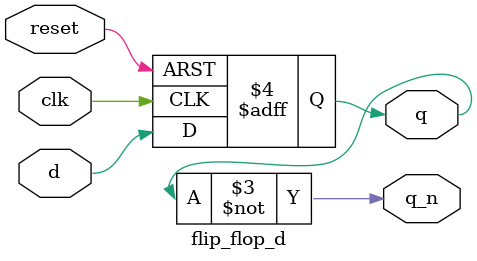
<source format=v>

module flip_flop_d(q, q_n, d,reset,clk);
	input d; 
	input clk;
	input reset;
	output reg q;
	output wire q_n;
	
	always @(posedge clk or posedge reset) 
	begin
		if(reset==1'b1)
			q <= 1'b0; 
		else 
			q <= d; 
	end
	
	assign q_n = ~q;
	
endmodule

</source>
